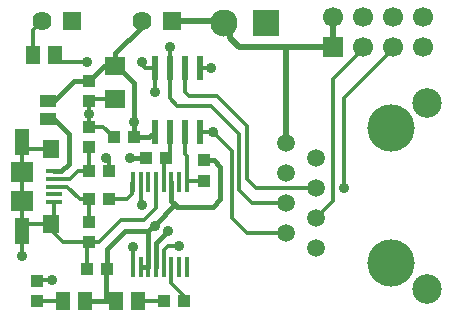
<source format=gtl>
G04 DipTrace Beta 2.3.5.2*
%INUSBtoRS485converter.GTL*%
%MOMM*%
%ADD13C,0.3*%
%ADD14C,0.4*%
%ADD15C,0.5*%
%ADD17R,1.0X1.1*%
%ADD18R,1.1X1.0*%
%ADD19R,1.8X1.6*%
%ADD20R,1.3X1.5*%
%ADD21R,1.62X1.62*%
%ADD22C,1.62*%
%ADD23R,2.3X2.3*%
%ADD24C,2.3*%
%ADD25R,1.7X1.7*%
%ADD26C,1.7*%
%ADD27C,1.5*%
%ADD28C,4.0*%
%ADD29C,2.5*%
%ADD30R,1.35X0.4*%
%ADD31R,1.4X1.6*%
%ADD32R,1.3X2.3*%
%ADD33R,1.9X1.7*%
%ADD34R,1.35X1.0*%
%ADD35R,0.6X2.0*%
%ADD36R,0.4X1.8*%
%ADD37C,0.914*%
%FSLAX53Y53*%
G04*
G71*
G90*
G75*
G01*
%LNTop*%
%LPD*%
X1389Y8763D2*
D13*
Y11313D1*
Y13713D1*
Y16263D1*
X3839Y15713D2*
X1939D1*
X1389Y16263D1*
X3839Y9313D2*
X1939D1*
X1389Y8763D1*
X4064Y11213D2*
Y9538D1*
X3839Y9313D1*
Y8798D1*
X4858Y7780D1*
X7034D1*
X7081Y7826D1*
X6922Y5557D2*
Y7668D1*
X7081Y7826D1*
X9303Y19903D2*
X7250D1*
X7081Y19734D1*
Y17577D2*
Y18636D1*
Y19734D1*
Y17577D2*
X8285D1*
X9191Y16671D1*
X13386Y5660D2*
Y7099D1*
X13749Y7462D1*
X14701D1*
X1365Y6668D2*
Y8739D1*
X1389Y8763D1*
X12736Y12860D2*
Y10736D1*
X11685Y9685D1*
X9780D1*
X7874Y7780D1*
X7127D1*
X7081Y7826D1*
X16447Y17147D2*
X17559D1*
X23751Y8573D2*
X20417D1*
X19145Y9846D1*
Y15561D1*
X17559Y17147D1*
X7081Y9526D2*
Y11431D1*
X4064Y12513D2*
X5205D1*
X6287Y11431D1*
X7081D1*
X4064Y13163D2*
X5478D1*
X6128Y13813D1*
X7081D1*
Y15877D1*
X8781Y13813D2*
Y14765D1*
X8351D1*
X8509Y14924D1*
X10786Y7408D2*
Y5660D1*
X8781Y11431D2*
X10256D1*
X10732Y11908D1*
Y12806D1*
X10786Y12860D1*
X4064Y13813D2*
D14*
X4699D1*
X5334Y14448D1*
Y16988D1*
X4064Y18258D1*
X3588D1*
Y19758D2*
X4135D1*
X5810Y21434D1*
X7081D1*
X8350Y22703D1*
X9303D1*
X10891Y16671D2*
X12161D1*
X12637Y17147D1*
X11526Y26514D2*
Y26038D1*
X9303Y23815D1*
Y22703D1*
X9462D1*
X10891Y21275D1*
Y16671D1*
X12736Y5660D2*
Y7719D1*
X13749Y8732D1*
X10891Y17941D2*
Y16671D1*
X16765Y14719D2*
X17605D1*
X18194Y14130D1*
Y11431D1*
X17559Y10796D1*
X14543D1*
X14336Y11003D1*
X14036Y11303D1*
Y12860D1*
X6758Y2858D2*
X9308D1*
X8509D1*
Y5444D1*
X8622Y5557D1*
X11436Y5660D2*
X12086D1*
Y8753D1*
X12608Y9275D1*
X14336Y11003D1*
X8622Y5557D2*
Y7257D1*
X10118Y8753D1*
X12086D1*
X11890Y14924D2*
X10573D1*
X12608Y9208D2*
Y9275D1*
X13907Y17147D2*
D13*
Y15241D1*
X13590Y14924D1*
X13386Y12860D2*
Y14720D1*
X13590Y14924D1*
X13431Y2858D2*
X11208D1*
X4858D2*
X2635D1*
X15336Y12860D2*
Y15083D1*
X15178Y15242D1*
Y17146D1*
X15177Y17147D1*
X16765Y13019D2*
X15336D1*
Y12860D1*
X14066Y26514D2*
D15*
X18346D1*
X18505Y26355D1*
X27720Y24291D2*
Y26831D1*
Y24291D2*
X19782D1*
X18988Y25085D1*
Y25872D1*
X18505Y26355D1*
X23751Y16193D2*
Y24291D1*
X27720D1*
X11436Y12860D2*
D13*
Y11045D1*
X11526Y10955D1*
X3905Y4604D2*
X2682D1*
X2635Y4558D1*
X15131Y2858D2*
Y3222D1*
X14036Y4317D1*
Y5660D1*
X2323Y23656D2*
Y25726D1*
X3112Y26514D1*
X4223Y23656D2*
Y23021D1*
X6922D1*
X11526D2*
Y22862D1*
X11844Y22545D1*
X12635D1*
X12637Y22547D1*
Y20481D2*
Y22547D1*
X30260Y24291D2*
Y24133D1*
X27717Y21590D1*
Y11269D1*
X26291Y9843D1*
X23751Y11113D2*
X20894D1*
X19782Y12225D1*
Y16988D1*
X17400Y19370D1*
X14543D1*
X13908Y20005D1*
Y22547D1*
X13907D1*
X13908Y24291D2*
Y22547D1*
X15177D2*
Y20482D1*
X15495Y20163D1*
X17877D1*
X20417Y17623D1*
Y13178D1*
X21211Y12384D1*
X26291D1*
Y12383D1*
X32800Y24291D2*
Y24132D1*
X28670Y20002D1*
Y12384D1*
X17400Y22545D2*
X16449D1*
X16447Y22547D1*
D37*
X14701Y7462D3*
X1365Y6668D3*
X17559Y17147D3*
X7081Y18636D3*
X8509Y14924D3*
X10786Y7408D3*
X13749Y8732D3*
X10891Y17941D3*
X10573Y14924D3*
X12608Y9208D3*
X11526Y10955D3*
X3905Y4604D3*
X6922Y23021D3*
X11526D3*
X12637Y20481D3*
X13908Y24291D3*
X28670Y12384D3*
X17400Y22545D3*
D17*
X7081Y9526D3*
Y7826D3*
Y15877D3*
Y17577D3*
Y21434D3*
Y19734D3*
D18*
X8622Y5557D3*
X6922D3*
D19*
X9303Y22703D3*
Y19903D3*
D18*
X10891Y16671D3*
X9191D3*
D20*
X4858Y2858D3*
X6758D3*
X11208D3*
X9308D3*
D21*
X14066Y26514D3*
D22*
X11526D3*
D23*
X22005Y26355D3*
D24*
X18505D3*
D25*
X27720Y24291D3*
D26*
Y26831D3*
X30260Y24291D3*
Y26831D3*
X32800Y24291D3*
Y26831D3*
X35340Y24291D3*
Y26831D3*
D21*
X5652Y26514D3*
D22*
X3112D3*
D27*
X26291Y7303D3*
Y9843D3*
Y12383D3*
Y14923D3*
X23751Y8573D3*
Y11113D3*
Y13653D3*
Y16193D3*
D28*
X32641Y6028D3*
Y17458D3*
D29*
X35691Y3868D3*
Y19618D3*
D30*
X4064Y13813D3*
Y13163D3*
Y12513D3*
Y11863D3*
Y11213D3*
D31*
X3839Y15713D3*
Y9313D3*
D32*
X1389Y16263D3*
Y8763D3*
D33*
Y13713D3*
Y11313D3*
D34*
X3588Y18258D3*
Y19758D3*
D18*
X7081Y13813D3*
X8781D3*
X7081Y11431D3*
X8781D3*
D17*
X16765Y13019D3*
Y14719D3*
D18*
X13590Y14924D3*
X11890D3*
X13431Y2858D3*
X15131D3*
D17*
X2635D3*
Y4558D3*
D20*
X4223Y23656D3*
X2323D3*
D35*
X12637Y17147D3*
X13907D3*
X15177D3*
X16447D3*
Y22547D3*
X15177D3*
X13907D3*
X12637D3*
D36*
X15336Y12860D3*
X14686D3*
X14036D3*
X13386D3*
X12736D3*
X12086D3*
X11436D3*
X10786D3*
Y5660D3*
X11436D3*
X12086D3*
X12736D3*
X13386D3*
X14036D3*
X14686D3*
X15336D3*
M02*

</source>
